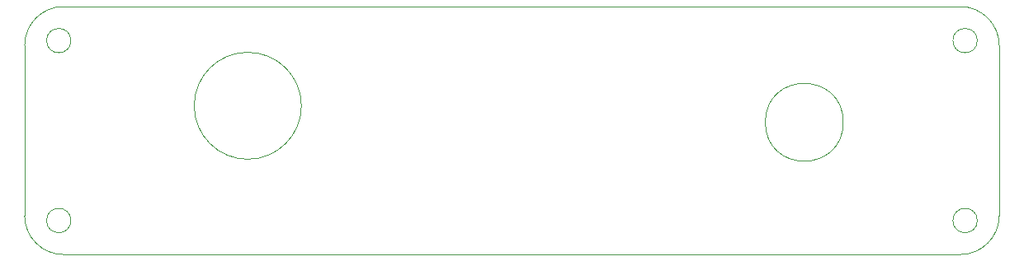
<source format=gbr>
%TF.GenerationSoftware,KiCad,Pcbnew,5.0.2+dfsg1-1*%
%TF.CreationDate,2021-08-12T08:08:34+08:00*%
%TF.ProjectId,shell_3,7368656c-6c5f-4332-9e6b-696361645f70,rev?*%
%TF.SameCoordinates,Original*%
%TF.FileFunction,Profile,NP*%
%FSLAX46Y46*%
G04 Gerber Fmt 4.6, Leading zero omitted, Abs format (unit mm)*
G04 Created by KiCad (PCBNEW 5.0.2+dfsg1-1) date 2021年08月12日 星期四 08时08分34秒*
%MOMM*%
%LPD*%
G01*
G04 APERTURE LIST*
%ADD10C,0.050000*%
G04 APERTURE END LIST*
D10*
X184000000Y-111900000D02*
G75*
G03X184000000Y-111900000I-4000000J0D01*
G01*
X128400000Y-110200000D02*
G75*
G03X128400000Y-110200000I-5500000J0D01*
G01*
X197750000Y-103500000D02*
G75*
G03X197750000Y-103500000I-1250000J0D01*
G01*
X197750000Y-122000000D02*
G75*
G03X197750000Y-122000000I-1250000J0D01*
G01*
X104750000Y-122000000D02*
G75*
G03X104750000Y-122000000I-1250000J0D01*
G01*
X104750000Y-103500000D02*
G75*
G03X104750000Y-103500000I-1250000J0D01*
G01*
X100000000Y-121500000D02*
G75*
G03X104000000Y-125500000I4000000J0D01*
G01*
X196000000Y-125500000D02*
G75*
G03X200000000Y-121500000I0J4000000D01*
G01*
X200000000Y-104000000D02*
G75*
G03X196000000Y-100000000I-4000000J0D01*
G01*
X104000000Y-100000000D02*
G75*
G03X100000000Y-104000000I0J-4000000D01*
G01*
X196000000Y-100000000D02*
X104000000Y-100000000D01*
X200000000Y-121500000D02*
X200000000Y-104000000D01*
X104000000Y-125500000D02*
X196000000Y-125500000D01*
X100000000Y-104000000D02*
X100000000Y-121500000D01*
M02*

</source>
